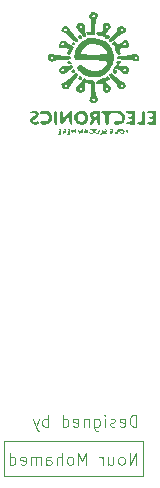
<source format=gbr>
%TF.GenerationSoftware,KiCad,Pcbnew,8.0.7*%
%TF.CreationDate,2025-03-27T15:31:39+02:00*%
%TF.ProjectId,DataLogger,44617461-4c6f-4676-9765-722e6b696361,V1.0*%
%TF.SameCoordinates,Original*%
%TF.FileFunction,Legend,Bot*%
%TF.FilePolarity,Positive*%
%FSLAX46Y46*%
G04 Gerber Fmt 4.6, Leading zero omitted, Abs format (unit mm)*
G04 Created by KiCad (PCBNEW 8.0.7) date 2025-03-27 15:31:39*
%MOMM*%
%LPD*%
G01*
G04 APERTURE LIST*
%ADD10C,0.100000*%
%ADD11C,0.000000*%
G04 APERTURE END LIST*
D10*
X171602400Y-123393200D02*
X183337200Y-123393200D01*
X183337200Y-126339600D01*
X171602400Y-126339600D01*
X171602400Y-123393200D01*
X182779315Y-122179331D02*
X182779315Y-121179331D01*
X182779315Y-121179331D02*
X182541220Y-121179331D01*
X182541220Y-121179331D02*
X182398363Y-121226950D01*
X182398363Y-121226950D02*
X182303125Y-121322188D01*
X182303125Y-121322188D02*
X182255506Y-121417426D01*
X182255506Y-121417426D02*
X182207887Y-121607902D01*
X182207887Y-121607902D02*
X182207887Y-121750759D01*
X182207887Y-121750759D02*
X182255506Y-121941235D01*
X182255506Y-121941235D02*
X182303125Y-122036473D01*
X182303125Y-122036473D02*
X182398363Y-122131712D01*
X182398363Y-122131712D02*
X182541220Y-122179331D01*
X182541220Y-122179331D02*
X182779315Y-122179331D01*
X181398363Y-122131712D02*
X181493601Y-122179331D01*
X181493601Y-122179331D02*
X181684077Y-122179331D01*
X181684077Y-122179331D02*
X181779315Y-122131712D01*
X181779315Y-122131712D02*
X181826934Y-122036473D01*
X181826934Y-122036473D02*
X181826934Y-121655521D01*
X181826934Y-121655521D02*
X181779315Y-121560283D01*
X181779315Y-121560283D02*
X181684077Y-121512664D01*
X181684077Y-121512664D02*
X181493601Y-121512664D01*
X181493601Y-121512664D02*
X181398363Y-121560283D01*
X181398363Y-121560283D02*
X181350744Y-121655521D01*
X181350744Y-121655521D02*
X181350744Y-121750759D01*
X181350744Y-121750759D02*
X181826934Y-121845997D01*
X180969791Y-122131712D02*
X180874553Y-122179331D01*
X180874553Y-122179331D02*
X180684077Y-122179331D01*
X180684077Y-122179331D02*
X180588839Y-122131712D01*
X180588839Y-122131712D02*
X180541220Y-122036473D01*
X180541220Y-122036473D02*
X180541220Y-121988854D01*
X180541220Y-121988854D02*
X180588839Y-121893616D01*
X180588839Y-121893616D02*
X180684077Y-121845997D01*
X180684077Y-121845997D02*
X180826934Y-121845997D01*
X180826934Y-121845997D02*
X180922172Y-121798378D01*
X180922172Y-121798378D02*
X180969791Y-121703140D01*
X180969791Y-121703140D02*
X180969791Y-121655521D01*
X180969791Y-121655521D02*
X180922172Y-121560283D01*
X180922172Y-121560283D02*
X180826934Y-121512664D01*
X180826934Y-121512664D02*
X180684077Y-121512664D01*
X180684077Y-121512664D02*
X180588839Y-121560283D01*
X180112648Y-122179331D02*
X180112648Y-121512664D01*
X180112648Y-121179331D02*
X180160267Y-121226950D01*
X180160267Y-121226950D02*
X180112648Y-121274569D01*
X180112648Y-121274569D02*
X180065029Y-121226950D01*
X180065029Y-121226950D02*
X180112648Y-121179331D01*
X180112648Y-121179331D02*
X180112648Y-121274569D01*
X179207887Y-121512664D02*
X179207887Y-122322188D01*
X179207887Y-122322188D02*
X179255506Y-122417426D01*
X179255506Y-122417426D02*
X179303125Y-122465045D01*
X179303125Y-122465045D02*
X179398363Y-122512664D01*
X179398363Y-122512664D02*
X179541220Y-122512664D01*
X179541220Y-122512664D02*
X179636458Y-122465045D01*
X179207887Y-122131712D02*
X179303125Y-122179331D01*
X179303125Y-122179331D02*
X179493601Y-122179331D01*
X179493601Y-122179331D02*
X179588839Y-122131712D01*
X179588839Y-122131712D02*
X179636458Y-122084092D01*
X179636458Y-122084092D02*
X179684077Y-121988854D01*
X179684077Y-121988854D02*
X179684077Y-121703140D01*
X179684077Y-121703140D02*
X179636458Y-121607902D01*
X179636458Y-121607902D02*
X179588839Y-121560283D01*
X179588839Y-121560283D02*
X179493601Y-121512664D01*
X179493601Y-121512664D02*
X179303125Y-121512664D01*
X179303125Y-121512664D02*
X179207887Y-121560283D01*
X178731696Y-121512664D02*
X178731696Y-122179331D01*
X178731696Y-121607902D02*
X178684077Y-121560283D01*
X178684077Y-121560283D02*
X178588839Y-121512664D01*
X178588839Y-121512664D02*
X178445982Y-121512664D01*
X178445982Y-121512664D02*
X178350744Y-121560283D01*
X178350744Y-121560283D02*
X178303125Y-121655521D01*
X178303125Y-121655521D02*
X178303125Y-122179331D01*
X177445982Y-122131712D02*
X177541220Y-122179331D01*
X177541220Y-122179331D02*
X177731696Y-122179331D01*
X177731696Y-122179331D02*
X177826934Y-122131712D01*
X177826934Y-122131712D02*
X177874553Y-122036473D01*
X177874553Y-122036473D02*
X177874553Y-121655521D01*
X177874553Y-121655521D02*
X177826934Y-121560283D01*
X177826934Y-121560283D02*
X177731696Y-121512664D01*
X177731696Y-121512664D02*
X177541220Y-121512664D01*
X177541220Y-121512664D02*
X177445982Y-121560283D01*
X177445982Y-121560283D02*
X177398363Y-121655521D01*
X177398363Y-121655521D02*
X177398363Y-121750759D01*
X177398363Y-121750759D02*
X177874553Y-121845997D01*
X176541220Y-122179331D02*
X176541220Y-121179331D01*
X176541220Y-122131712D02*
X176636458Y-122179331D01*
X176636458Y-122179331D02*
X176826934Y-122179331D01*
X176826934Y-122179331D02*
X176922172Y-122131712D01*
X176922172Y-122131712D02*
X176969791Y-122084092D01*
X176969791Y-122084092D02*
X177017410Y-121988854D01*
X177017410Y-121988854D02*
X177017410Y-121703140D01*
X177017410Y-121703140D02*
X176969791Y-121607902D01*
X176969791Y-121607902D02*
X176922172Y-121560283D01*
X176922172Y-121560283D02*
X176826934Y-121512664D01*
X176826934Y-121512664D02*
X176636458Y-121512664D01*
X176636458Y-121512664D02*
X176541220Y-121560283D01*
X175303124Y-122179331D02*
X175303124Y-121179331D01*
X175303124Y-121560283D02*
X175207886Y-121512664D01*
X175207886Y-121512664D02*
X175017410Y-121512664D01*
X175017410Y-121512664D02*
X174922172Y-121560283D01*
X174922172Y-121560283D02*
X174874553Y-121607902D01*
X174874553Y-121607902D02*
X174826934Y-121703140D01*
X174826934Y-121703140D02*
X174826934Y-121988854D01*
X174826934Y-121988854D02*
X174874553Y-122084092D01*
X174874553Y-122084092D02*
X174922172Y-122131712D01*
X174922172Y-122131712D02*
X175017410Y-122179331D01*
X175017410Y-122179331D02*
X175207886Y-122179331D01*
X175207886Y-122179331D02*
X175303124Y-122131712D01*
X174493600Y-121512664D02*
X174255505Y-122179331D01*
X174017410Y-121512664D02*
X174255505Y-122179331D01*
X174255505Y-122179331D02*
X174350743Y-122417426D01*
X174350743Y-122417426D02*
X174398362Y-122465045D01*
X174398362Y-122465045D02*
X174493600Y-122512664D01*
X182779315Y-125399219D02*
X182779315Y-124399219D01*
X182779315Y-124399219D02*
X182207887Y-125399219D01*
X182207887Y-125399219D02*
X182207887Y-124399219D01*
X181588839Y-125399219D02*
X181684077Y-125351600D01*
X181684077Y-125351600D02*
X181731696Y-125303980D01*
X181731696Y-125303980D02*
X181779315Y-125208742D01*
X181779315Y-125208742D02*
X181779315Y-124923028D01*
X181779315Y-124923028D02*
X181731696Y-124827790D01*
X181731696Y-124827790D02*
X181684077Y-124780171D01*
X181684077Y-124780171D02*
X181588839Y-124732552D01*
X181588839Y-124732552D02*
X181445982Y-124732552D01*
X181445982Y-124732552D02*
X181350744Y-124780171D01*
X181350744Y-124780171D02*
X181303125Y-124827790D01*
X181303125Y-124827790D02*
X181255506Y-124923028D01*
X181255506Y-124923028D02*
X181255506Y-125208742D01*
X181255506Y-125208742D02*
X181303125Y-125303980D01*
X181303125Y-125303980D02*
X181350744Y-125351600D01*
X181350744Y-125351600D02*
X181445982Y-125399219D01*
X181445982Y-125399219D02*
X181588839Y-125399219D01*
X180398363Y-124732552D02*
X180398363Y-125399219D01*
X180826934Y-124732552D02*
X180826934Y-125256361D01*
X180826934Y-125256361D02*
X180779315Y-125351600D01*
X180779315Y-125351600D02*
X180684077Y-125399219D01*
X180684077Y-125399219D02*
X180541220Y-125399219D01*
X180541220Y-125399219D02*
X180445982Y-125351600D01*
X180445982Y-125351600D02*
X180398363Y-125303980D01*
X179922172Y-125399219D02*
X179922172Y-124732552D01*
X179922172Y-124923028D02*
X179874553Y-124827790D01*
X179874553Y-124827790D02*
X179826934Y-124780171D01*
X179826934Y-124780171D02*
X179731696Y-124732552D01*
X179731696Y-124732552D02*
X179636458Y-124732552D01*
X178541219Y-125399219D02*
X178541219Y-124399219D01*
X178541219Y-124399219D02*
X178207886Y-125113504D01*
X178207886Y-125113504D02*
X177874553Y-124399219D01*
X177874553Y-124399219D02*
X177874553Y-125399219D01*
X177255505Y-125399219D02*
X177350743Y-125351600D01*
X177350743Y-125351600D02*
X177398362Y-125303980D01*
X177398362Y-125303980D02*
X177445981Y-125208742D01*
X177445981Y-125208742D02*
X177445981Y-124923028D01*
X177445981Y-124923028D02*
X177398362Y-124827790D01*
X177398362Y-124827790D02*
X177350743Y-124780171D01*
X177350743Y-124780171D02*
X177255505Y-124732552D01*
X177255505Y-124732552D02*
X177112648Y-124732552D01*
X177112648Y-124732552D02*
X177017410Y-124780171D01*
X177017410Y-124780171D02*
X176969791Y-124827790D01*
X176969791Y-124827790D02*
X176922172Y-124923028D01*
X176922172Y-124923028D02*
X176922172Y-125208742D01*
X176922172Y-125208742D02*
X176969791Y-125303980D01*
X176969791Y-125303980D02*
X177017410Y-125351600D01*
X177017410Y-125351600D02*
X177112648Y-125399219D01*
X177112648Y-125399219D02*
X177255505Y-125399219D01*
X176493600Y-125399219D02*
X176493600Y-124399219D01*
X176065029Y-125399219D02*
X176065029Y-124875409D01*
X176065029Y-124875409D02*
X176112648Y-124780171D01*
X176112648Y-124780171D02*
X176207886Y-124732552D01*
X176207886Y-124732552D02*
X176350743Y-124732552D01*
X176350743Y-124732552D02*
X176445981Y-124780171D01*
X176445981Y-124780171D02*
X176493600Y-124827790D01*
X175160267Y-125399219D02*
X175160267Y-124875409D01*
X175160267Y-124875409D02*
X175207886Y-124780171D01*
X175207886Y-124780171D02*
X175303124Y-124732552D01*
X175303124Y-124732552D02*
X175493600Y-124732552D01*
X175493600Y-124732552D02*
X175588838Y-124780171D01*
X175160267Y-125351600D02*
X175255505Y-125399219D01*
X175255505Y-125399219D02*
X175493600Y-125399219D01*
X175493600Y-125399219D02*
X175588838Y-125351600D01*
X175588838Y-125351600D02*
X175636457Y-125256361D01*
X175636457Y-125256361D02*
X175636457Y-125161123D01*
X175636457Y-125161123D02*
X175588838Y-125065885D01*
X175588838Y-125065885D02*
X175493600Y-125018266D01*
X175493600Y-125018266D02*
X175255505Y-125018266D01*
X175255505Y-125018266D02*
X175160267Y-124970647D01*
X174684076Y-125399219D02*
X174684076Y-124732552D01*
X174684076Y-124827790D02*
X174636457Y-124780171D01*
X174636457Y-124780171D02*
X174541219Y-124732552D01*
X174541219Y-124732552D02*
X174398362Y-124732552D01*
X174398362Y-124732552D02*
X174303124Y-124780171D01*
X174303124Y-124780171D02*
X174255505Y-124875409D01*
X174255505Y-124875409D02*
X174255505Y-125399219D01*
X174255505Y-124875409D02*
X174207886Y-124780171D01*
X174207886Y-124780171D02*
X174112648Y-124732552D01*
X174112648Y-124732552D02*
X173969791Y-124732552D01*
X173969791Y-124732552D02*
X173874552Y-124780171D01*
X173874552Y-124780171D02*
X173826933Y-124875409D01*
X173826933Y-124875409D02*
X173826933Y-125399219D01*
X172969791Y-125351600D02*
X173065029Y-125399219D01*
X173065029Y-125399219D02*
X173255505Y-125399219D01*
X173255505Y-125399219D02*
X173350743Y-125351600D01*
X173350743Y-125351600D02*
X173398362Y-125256361D01*
X173398362Y-125256361D02*
X173398362Y-124875409D01*
X173398362Y-124875409D02*
X173350743Y-124780171D01*
X173350743Y-124780171D02*
X173255505Y-124732552D01*
X173255505Y-124732552D02*
X173065029Y-124732552D01*
X173065029Y-124732552D02*
X172969791Y-124780171D01*
X172969791Y-124780171D02*
X172922172Y-124875409D01*
X172922172Y-124875409D02*
X172922172Y-124970647D01*
X172922172Y-124970647D02*
X173398362Y-125065885D01*
X172065029Y-125399219D02*
X172065029Y-124399219D01*
X172065029Y-125351600D02*
X172160267Y-125399219D01*
X172160267Y-125399219D02*
X172350743Y-125399219D01*
X172350743Y-125399219D02*
X172445981Y-125351600D01*
X172445981Y-125351600D02*
X172493600Y-125303980D01*
X172493600Y-125303980D02*
X172541219Y-125208742D01*
X172541219Y-125208742D02*
X172541219Y-124923028D01*
X172541219Y-124923028D02*
X172493600Y-124827790D01*
X172493600Y-124827790D02*
X172445981Y-124780171D01*
X172445981Y-124780171D02*
X172350743Y-124732552D01*
X172350743Y-124732552D02*
X172160267Y-124732552D01*
X172160267Y-124732552D02*
X172065029Y-124780171D01*
D11*
%TO.C,G\u002A\u002A\u002A*%
G36*
X177504163Y-89642021D02*
G01*
X177586388Y-89772408D01*
X177578575Y-89880771D01*
X177460547Y-89898249D01*
X177404438Y-89879033D01*
X177316519Y-89780584D01*
X177322693Y-89669404D01*
X177430532Y-89616553D01*
X177504163Y-89642021D01*
G37*
G36*
X177137369Y-91190409D02*
G01*
X177261582Y-91267201D01*
X177305740Y-91379213D01*
X177236435Y-91466694D01*
X177206427Y-91477589D01*
X177029754Y-91471902D01*
X176938650Y-91324037D01*
X176948570Y-91233413D01*
X177077758Y-91182886D01*
X177137369Y-91190409D01*
G37*
G36*
X177583412Y-91983603D02*
G01*
X177568851Y-92160607D01*
X177533665Y-92227005D01*
X177416491Y-92274887D01*
X177267259Y-92162457D01*
X177255844Y-92148236D01*
X177222702Y-92042647D01*
X177336420Y-91950562D01*
X177481337Y-91911375D01*
X177583412Y-91983603D01*
G37*
G36*
X178153643Y-92565750D02*
G01*
X178145075Y-92735062D01*
X178107949Y-92810845D01*
X178002733Y-92868138D01*
X177864348Y-92760453D01*
X177816156Y-92654638D01*
X177899902Y-92535441D01*
X177910920Y-92526697D01*
X178059208Y-92482955D01*
X178153643Y-92565750D01*
G37*
G36*
X178033313Y-88981566D02*
G01*
X178112860Y-89052347D01*
X178160835Y-89198655D01*
X178146636Y-89327860D01*
X178134757Y-89345318D01*
X178014255Y-89398777D01*
X177867406Y-89292805D01*
X177834038Y-89185287D01*
X177894959Y-89046146D01*
X178032233Y-88981553D01*
X178033313Y-88981566D01*
G37*
G36*
X178615728Y-97024886D02*
G01*
X178656464Y-97097845D01*
X178700395Y-97239577D01*
X178669299Y-97290615D01*
X178532358Y-97327267D01*
X178431729Y-97311659D01*
X178369193Y-97212440D01*
X178448988Y-97024886D01*
X178460281Y-97007944D01*
X178536030Y-96940456D01*
X178615728Y-97024886D01*
G37*
G36*
X181919025Y-97021142D02*
G01*
X181919028Y-97022909D01*
X181944769Y-97087461D01*
X182046025Y-97024886D01*
X182149901Y-96961841D01*
X182160347Y-97019769D01*
X182068663Y-97194294D01*
X182010529Y-97283114D01*
X181954367Y-97307772D01*
X181897511Y-97180853D01*
X181865818Y-97060314D01*
X181874873Y-96956149D01*
X181893592Y-96947788D01*
X181919025Y-97021142D01*
G37*
G36*
X175989785Y-95424860D02*
G01*
X176042701Y-95502586D01*
X176069556Y-95686880D01*
X176077025Y-96008886D01*
X176075173Y-96194432D01*
X176058518Y-96441373D01*
X176019026Y-96566698D01*
X175950025Y-96601553D01*
X175910265Y-96592912D01*
X175857349Y-96515186D01*
X175830494Y-96330892D01*
X175823025Y-96008886D01*
X175824876Y-95823340D01*
X175841532Y-95576400D01*
X175881024Y-95451074D01*
X175950025Y-95416220D01*
X175989785Y-95424860D01*
G37*
G36*
X178269745Y-96993694D02*
G01*
X178277062Y-97159931D01*
X178276503Y-97195482D01*
X178255783Y-97323316D01*
X178202978Y-97291014D01*
X178148712Y-97231203D01*
X178072278Y-97269847D01*
X177972180Y-97361810D01*
X177891546Y-97311572D01*
X177864846Y-97130720D01*
X177866273Y-97101725D01*
X177883892Y-96992762D01*
X177914618Y-97052443D01*
X177940448Y-97134983D01*
X177994945Y-97157829D01*
X178116464Y-97060488D01*
X178221159Y-96974393D01*
X178269745Y-96993694D01*
G37*
G36*
X183440451Y-95424860D02*
G01*
X183493367Y-95502586D01*
X183520223Y-95686880D01*
X183527691Y-96008886D01*
X183527691Y-96601553D01*
X183189025Y-96601553D01*
X183091661Y-96599248D01*
X182906281Y-96562860D01*
X182850358Y-96474553D01*
X182891786Y-96391713D01*
X183062025Y-96347553D01*
X183167735Y-96339924D01*
X183239157Y-96287450D01*
X183268197Y-96148583D01*
X183273691Y-95881886D01*
X183284672Y-95604723D01*
X183324103Y-95458026D01*
X183400691Y-95416220D01*
X183440451Y-95424860D01*
G37*
G36*
X177661198Y-97028986D02*
G01*
X177669186Y-97194220D01*
X177667727Y-97251628D01*
X177652586Y-97368732D01*
X177627329Y-97342386D01*
X177553060Y-97228535D01*
X177422879Y-97201848D01*
X177318431Y-97300053D01*
X177314976Y-97307787D01*
X177287143Y-97296015D01*
X177275727Y-97151886D01*
X177275866Y-97131679D01*
X177289442Y-96999781D01*
X177318431Y-97003720D01*
X177342048Y-97042590D01*
X177474025Y-97109553D01*
X177518488Y-97102116D01*
X177629618Y-97003720D01*
X177637457Y-96989268D01*
X177661198Y-97028986D01*
G37*
G36*
X176282883Y-96941871D02*
G01*
X176385620Y-97003796D01*
X176415691Y-97194220D01*
X176415406Y-97220545D01*
X176378759Y-97396344D01*
X176267525Y-97446923D01*
X176247636Y-97446630D01*
X176168371Y-97428851D01*
X176246358Y-97362256D01*
X176263300Y-97350963D01*
X176330789Y-97275215D01*
X176246358Y-97195516D01*
X176224810Y-97181219D01*
X176162086Y-97123286D01*
X176246358Y-97109553D01*
X176267382Y-97108982D01*
X176330650Y-97091248D01*
X176246358Y-97024886D01*
X176230140Y-97014280D01*
X176169481Y-96955499D01*
X176267525Y-96941516D01*
X176282883Y-96941871D01*
G37*
G36*
X177044883Y-96941871D02*
G01*
X177147620Y-97003796D01*
X177177691Y-97194220D01*
X177177406Y-97220545D01*
X177140759Y-97396344D01*
X177029525Y-97446923D01*
X177009636Y-97446630D01*
X176930371Y-97428851D01*
X177008358Y-97362256D01*
X177025300Y-97350963D01*
X177092789Y-97275215D01*
X177008358Y-97195516D01*
X176986810Y-97181219D01*
X176924086Y-97123286D01*
X177008358Y-97109553D01*
X177029382Y-97108982D01*
X177092650Y-97091248D01*
X177008358Y-97024886D01*
X176992140Y-97014280D01*
X176931481Y-96955499D01*
X177029525Y-96941516D01*
X177044883Y-96941871D01*
G37*
G36*
X180818358Y-97150675D02*
G01*
X180796670Y-97290423D01*
X180739542Y-97324835D01*
X180709013Y-97313330D01*
X180607545Y-97362172D01*
X180550385Y-97435284D01*
X180507479Y-97406034D01*
X180507670Y-97216211D01*
X180509563Y-97196391D01*
X180551231Y-97078575D01*
X180579335Y-97078575D01*
X180649025Y-97109553D01*
X180693847Y-97103443D01*
X180705469Y-97053108D01*
X180693060Y-97042975D01*
X180592580Y-97053108D01*
X180579335Y-97078575D01*
X180551231Y-97078575D01*
X180572394Y-97018735D01*
X180676922Y-96945122D01*
X180774970Y-96985715D01*
X180792696Y-97053108D01*
X180818358Y-97150675D01*
G37*
G36*
X176829203Y-97209178D02*
G01*
X176826868Y-97256056D01*
X176807545Y-97369022D01*
X176779489Y-97336298D01*
X176757892Y-97260819D01*
X176715036Y-97229534D01*
X176624810Y-97336298D01*
X176556532Y-97419109D01*
X176525564Y-97401918D01*
X176535671Y-97236553D01*
X176579337Y-97078575D01*
X176600001Y-97078575D01*
X176669691Y-97109553D01*
X176714514Y-97103443D01*
X176726136Y-97053108D01*
X176713727Y-97042975D01*
X176613247Y-97053108D01*
X176600001Y-97078575D01*
X176579337Y-97078575D01*
X176585343Y-97056848D01*
X176700172Y-96955178D01*
X176749568Y-96951630D01*
X176816996Y-97015427D01*
X176819370Y-97053108D01*
X176829203Y-97209178D01*
G37*
G36*
X175348694Y-95486776D02*
G01*
X175541919Y-95669293D01*
X175641205Y-95918658D01*
X175628152Y-96188442D01*
X175484358Y-96432220D01*
X175267740Y-96559267D01*
X174984640Y-96597514D01*
X174732678Y-96525056D01*
X174680591Y-96483691D01*
X174657458Y-96390143D01*
X174762155Y-96329825D01*
X174965100Y-96327840D01*
X174991259Y-96331370D01*
X175189482Y-96315304D01*
X175310473Y-96186724D01*
X175352958Y-96078779D01*
X175340175Y-95863598D01*
X175201239Y-95720101D01*
X174965100Y-95689932D01*
X174873484Y-95697755D01*
X174706531Y-95669269D01*
X174649735Y-95592556D01*
X174732678Y-95492717D01*
X174864792Y-95444361D01*
X175082191Y-95417516D01*
X175348694Y-95486776D01*
G37*
G36*
X182681025Y-96008886D02*
G01*
X182681025Y-96601553D01*
X182300025Y-96601553D01*
X182138428Y-96596389D01*
X181968887Y-96558260D01*
X181919025Y-96474553D01*
X181971373Y-96385417D01*
X182173025Y-96347553D01*
X182351297Y-96321379D01*
X182427025Y-96220553D01*
X182385597Y-96137713D01*
X182215358Y-96093553D01*
X182076148Y-96072532D01*
X182003691Y-96008886D01*
X182056243Y-95953202D01*
X182215358Y-95924220D01*
X182353424Y-95899363D01*
X182427025Y-95797220D01*
X182374677Y-95708084D01*
X182173025Y-95670220D01*
X181994753Y-95644046D01*
X181919025Y-95543220D01*
X181934517Y-95489354D01*
X182048903Y-95432840D01*
X182300025Y-95416220D01*
X182681025Y-95416220D01*
X182681025Y-96008886D01*
G37*
G36*
X184459025Y-96008886D02*
G01*
X184459025Y-96601553D01*
X184070969Y-96601553D01*
X184006907Y-96600045D01*
X183792007Y-96561896D01*
X183708848Y-96492036D01*
X183767671Y-96416943D01*
X183978721Y-96363096D01*
X184111713Y-96326045D01*
X184201139Y-96231787D01*
X184162635Y-96136838D01*
X183993358Y-96093553D01*
X183854148Y-96072532D01*
X183781691Y-96008886D01*
X183834243Y-95953202D01*
X183993358Y-95924220D01*
X184123173Y-95902775D01*
X184202908Y-95818562D01*
X184153809Y-95718410D01*
X183978721Y-95654677D01*
X183918605Y-95645983D01*
X183741986Y-95585178D01*
X183715336Y-95508964D01*
X183828411Y-95443819D01*
X184070969Y-95416220D01*
X184459025Y-95416220D01*
X184459025Y-96008886D01*
G37*
G36*
X176501556Y-95425436D02*
G01*
X176565834Y-95529039D01*
X176585025Y-95770277D01*
X176585025Y-96124335D01*
X176857143Y-95770277D01*
X177041105Y-95549042D01*
X177191146Y-95430946D01*
X177284946Y-95464714D01*
X177333305Y-95655607D01*
X177347025Y-96008886D01*
X177345767Y-96160989D01*
X177330154Y-96425341D01*
X177291882Y-96562398D01*
X177224893Y-96601553D01*
X177213682Y-96600824D01*
X177123177Y-96507663D01*
X177076726Y-96255110D01*
X177050691Y-95908667D01*
X176796691Y-96253109D01*
X176627796Y-96464786D01*
X176483007Y-96583992D01*
X176391927Y-96551229D01*
X176344589Y-96361269D01*
X176331025Y-96008886D01*
X176332876Y-95823340D01*
X176349532Y-95576400D01*
X176389024Y-95451074D01*
X176458025Y-95416220D01*
X176501556Y-95425436D01*
G37*
G36*
X177021659Y-92048295D02*
G01*
X176859044Y-92205050D01*
X176846431Y-92222239D01*
X176663721Y-92356400D01*
X176467329Y-92357932D01*
X176310470Y-92242431D01*
X176246358Y-92025491D01*
X176246870Y-92013678D01*
X176435094Y-92013678D01*
X176436890Y-92064991D01*
X176535636Y-92114220D01*
X176601522Y-92096796D01*
X176669691Y-91980164D01*
X176620820Y-91887654D01*
X176519367Y-91901870D01*
X176435094Y-92013678D01*
X176246870Y-92013678D01*
X176250240Y-91935947D01*
X176307099Y-91773335D01*
X176460211Y-91683734D01*
X176745680Y-91639213D01*
X176763006Y-91637706D01*
X177018592Y-91612528D01*
X177216781Y-91588428D01*
X177347040Y-91600182D01*
X177409394Y-91690358D01*
X177361802Y-91818621D01*
X177205813Y-91935956D01*
X177133344Y-91980164D01*
X177021659Y-92048295D01*
G37*
G36*
X180241194Y-96960517D02*
G01*
X180310358Y-97067220D01*
X180300806Y-97125643D01*
X180225691Y-97194220D01*
X180202485Y-97197665D01*
X180141025Y-97283883D01*
X180151696Y-97317903D01*
X180238773Y-97313135D01*
X180287677Y-97292399D01*
X180273569Y-97354582D01*
X180215585Y-97409549D01*
X180098691Y-97363553D01*
X180025263Y-97318847D01*
X179931899Y-97359442D01*
X179911349Y-97385681D01*
X179780428Y-97448220D01*
X179730305Y-97431775D01*
X179785425Y-97346620D01*
X179841255Y-97265271D01*
X179896846Y-97071453D01*
X179898408Y-97046233D01*
X179913916Y-96962811D01*
X179944484Y-97041360D01*
X179983879Y-97114904D01*
X180111095Y-97135411D01*
X180192080Y-97084174D01*
X180126957Y-97014400D01*
X180069172Y-96958797D01*
X180162191Y-96941516D01*
X180241194Y-96960517D01*
G37*
G36*
X178696517Y-95940111D02*
G01*
X178672838Y-96221420D01*
X178561569Y-96446719D01*
X178400844Y-96550922D01*
X178138236Y-96601553D01*
X178131691Y-96601522D01*
X177840489Y-96530140D01*
X177631369Y-96350375D01*
X177536489Y-96134787D01*
X177804850Y-96134787D01*
X177820594Y-96188394D01*
X177916258Y-96314632D01*
X178113295Y-96347553D01*
X178314417Y-96311082D01*
X178428819Y-96170843D01*
X178433220Y-95909210D01*
X178370731Y-95762531D01*
X178186444Y-95687106D01*
X178180374Y-95686435D01*
X177945160Y-95728524D01*
X177810189Y-95889468D01*
X177804850Y-96134787D01*
X177536489Y-96134787D01*
X177523249Y-96104704D01*
X177535050Y-95835605D01*
X177685691Y-95585553D01*
X177748882Y-95532977D01*
X178012191Y-95431071D01*
X178303756Y-95437992D01*
X178546858Y-95556342D01*
X178633869Y-95679254D01*
X178689096Y-95909210D01*
X178696517Y-95940111D01*
G37*
G36*
X174262315Y-95439133D02*
G01*
X174435231Y-95508526D01*
X174472649Y-95545309D01*
X174537328Y-95728073D01*
X174467673Y-95922085D01*
X174277858Y-96076213D01*
X174276935Y-96076655D01*
X174113116Y-96174381D01*
X174045025Y-96253395D01*
X174049462Y-96295999D01*
X174136006Y-96383071D01*
X174305019Y-96344345D01*
X174439078Y-96313985D01*
X174533332Y-96380093D01*
X174510691Y-96516886D01*
X174444188Y-96566769D01*
X174259589Y-96598875D01*
X174048694Y-96575862D01*
X173892625Y-96499953D01*
X173855650Y-96457653D01*
X173782576Y-96247046D01*
X173850581Y-96042329D01*
X174045796Y-95898012D01*
X174169222Y-95839216D01*
X174263831Y-95737524D01*
X174207995Y-95665641D01*
X174006981Y-95656356D01*
X173996659Y-95657565D01*
X173833810Y-95650781D01*
X173809231Y-95571689D01*
X173872002Y-95498371D01*
X174049536Y-95438274D01*
X174262315Y-95439133D01*
G37*
G36*
X177107803Y-93410941D02*
G01*
X177079372Y-93472808D01*
X176963899Y-93605973D01*
X176783349Y-93622608D01*
X176599119Y-93562399D01*
X176461020Y-93415393D01*
X176436643Y-93263369D01*
X176694281Y-93263369D01*
X176735246Y-93398974D01*
X176787748Y-93434538D01*
X176881358Y-93384220D01*
X176899102Y-93335736D01*
X176858137Y-93200132D01*
X176805635Y-93164568D01*
X176712025Y-93214886D01*
X176694281Y-93263369D01*
X176436643Y-93263369D01*
X176432139Y-93235282D01*
X176517243Y-93071712D01*
X176721100Y-92974327D01*
X176843815Y-92914779D01*
X177048981Y-92763754D01*
X177279328Y-92558310D01*
X177459645Y-92388367D01*
X177617293Y-92266634D01*
X177723268Y-92237760D01*
X177812771Y-92283619D01*
X177870423Y-92348160D01*
X177867829Y-92434797D01*
X177775989Y-92568467D01*
X177578462Y-92784303D01*
X177409758Y-92974359D01*
X177221000Y-93220641D01*
X177152538Y-93335736D01*
X177107803Y-93410941D01*
G37*
G36*
X178403254Y-88392291D02*
G01*
X178396339Y-88409183D01*
X178398702Y-88562324D01*
X178451558Y-88781601D01*
X178495864Y-88932320D01*
X178504434Y-89077959D01*
X178436411Y-89159650D01*
X178370545Y-89201270D01*
X178301534Y-89218842D01*
X178239899Y-89148599D01*
X178140924Y-88960386D01*
X178131195Y-88941927D01*
X177988185Y-88725125D01*
X177842417Y-88574585D01*
X177808067Y-88547787D01*
X177694823Y-88366278D01*
X177705372Y-88268036D01*
X177964281Y-88268036D01*
X178005246Y-88403641D01*
X178057748Y-88439204D01*
X178151358Y-88388886D01*
X178169102Y-88340403D01*
X178128137Y-88204798D01*
X178075635Y-88169235D01*
X177982025Y-88219553D01*
X177964281Y-88268036D01*
X177705372Y-88268036D01*
X177715233Y-88176194D01*
X177850206Y-88026349D01*
X178080646Y-87965553D01*
X178155314Y-87977749D01*
X178314467Y-88081464D01*
X178412746Y-88240324D01*
X178406495Y-88340403D01*
X178403254Y-88392291D01*
G37*
G36*
X181810567Y-97159841D02*
G01*
X181740785Y-97331951D01*
X181650532Y-97418012D01*
X181525229Y-97424715D01*
X181384270Y-97275434D01*
X181315645Y-97177458D01*
X181421693Y-97177458D01*
X181475983Y-97293044D01*
X181560855Y-97340775D01*
X181630376Y-97247059D01*
X181653625Y-97108840D01*
X181595604Y-97035206D01*
X181477347Y-97094031D01*
X181421693Y-97177458D01*
X181315645Y-97177458D01*
X181263246Y-97102649D01*
X181215729Y-97284354D01*
X181168447Y-97389093D01*
X181071824Y-97428765D01*
X180979510Y-97341246D01*
X180930174Y-97145357D01*
X180928209Y-97108585D01*
X180932489Y-97007250D01*
X180959559Y-97067220D01*
X180989573Y-97163253D01*
X181065419Y-97301778D01*
X181129828Y-97313224D01*
X181157025Y-97182538D01*
X181168873Y-97063458D01*
X181247973Y-96982070D01*
X181445404Y-96956815D01*
X181535293Y-96959003D01*
X181734361Y-97025735D01*
X181781586Y-97108840D01*
X181810567Y-97159841D01*
G37*
G36*
X179701729Y-97162462D02*
G01*
X179624119Y-97331951D01*
X179581611Y-97379339D01*
X179455249Y-97441473D01*
X179314880Y-97350208D01*
X179224160Y-97296640D01*
X179089989Y-97357497D01*
X178986445Y-97411583D01*
X178846798Y-97387555D01*
X178787655Y-97252723D01*
X178799913Y-97207847D01*
X178862855Y-97268567D01*
X178912535Y-97319081D01*
X179030892Y-97327070D01*
X179105772Y-97257006D01*
X179098707Y-97163459D01*
X179310242Y-97163459D01*
X179348746Y-97282474D01*
X179419903Y-97321139D01*
X179539124Y-97247679D01*
X179563820Y-97212039D01*
X179573261Y-97092181D01*
X179484679Y-97039714D01*
X179354714Y-97099997D01*
X179310242Y-97163459D01*
X179098707Y-97163459D01*
X179096736Y-97137366D01*
X178934525Y-97032722D01*
X178919609Y-97026974D01*
X178861143Y-96987828D01*
X178944476Y-96967004D01*
X179183215Y-96960553D01*
X179395939Y-96972476D01*
X179622991Y-97040380D01*
X179656401Y-97092181D01*
X179701729Y-97162462D01*
G37*
G36*
X181889260Y-93336490D02*
G01*
X181836439Y-93508712D01*
X181802224Y-93544367D01*
X181608448Y-93632420D01*
X181396990Y-93610463D01*
X181226849Y-93496041D01*
X181157025Y-93306694D01*
X181138410Y-93263369D01*
X181435615Y-93263369D01*
X181476579Y-93398974D01*
X181529082Y-93434538D01*
X181622691Y-93384220D01*
X181640435Y-93335736D01*
X181599470Y-93200132D01*
X181546968Y-93164568D01*
X181453358Y-93214886D01*
X181435615Y-93263369D01*
X181138410Y-93263369D01*
X181110653Y-93198764D01*
X180971410Y-93008622D01*
X180771748Y-92787211D01*
X180580736Y-92586714D01*
X180475075Y-92446872D01*
X180461107Y-92357189D01*
X180521945Y-92283619D01*
X180593272Y-92241725D01*
X180692555Y-92254627D01*
X180836003Y-92356643D01*
X181058297Y-92566036D01*
X181270607Y-92756972D01*
X181473390Y-92904436D01*
X181606248Y-92960886D01*
X181716560Y-92996153D01*
X181839375Y-93142018D01*
X181889067Y-93335736D01*
X181889260Y-93336490D01*
G37*
G36*
X177311024Y-88789304D02*
G01*
X177524788Y-89027339D01*
X177640865Y-89148835D01*
X177807694Y-89346727D01*
X177868438Y-89473758D01*
X177838872Y-89556506D01*
X177796494Y-89597187D01*
X177716961Y-89642936D01*
X177625478Y-89616863D01*
X177486976Y-89502154D01*
X177266389Y-89281993D01*
X177083879Y-89111432D01*
X176874798Y-88951407D01*
X176728240Y-88879826D01*
X176717732Y-88878104D01*
X176522630Y-88779115D01*
X176428661Y-88603951D01*
X176447391Y-88510889D01*
X176669691Y-88510889D01*
X176676081Y-88562825D01*
X176748508Y-88681604D01*
X176830729Y-88687210D01*
X176897922Y-88599117D01*
X176881358Y-88473553D01*
X176828964Y-88415299D01*
X176721576Y-88401222D01*
X176669691Y-88510889D01*
X176447391Y-88510889D01*
X176467685Y-88410053D01*
X176612083Y-88293510D01*
X176807235Y-88258358D01*
X176984852Y-88305030D01*
X177078348Y-88431220D01*
X177078378Y-88431391D01*
X177150667Y-88575228D01*
X177168561Y-88599117D01*
X177311024Y-88789304D01*
G37*
G36*
X181862573Y-88653865D02*
G01*
X181764740Y-88825486D01*
X181595008Y-88896886D01*
X181485150Y-88939440D01*
X181291464Y-89077452D01*
X181072358Y-89277886D01*
X180966958Y-89384566D01*
X180778751Y-89562524D01*
X180659132Y-89638637D01*
X180574789Y-89628375D01*
X180492408Y-89547209D01*
X180482341Y-89533445D01*
X180474155Y-89434318D01*
X180567387Y-89287012D01*
X180778374Y-89063914D01*
X180951306Y-88879222D01*
X181099880Y-88684581D01*
X181157025Y-88557525D01*
X181162539Y-88522036D01*
X181435615Y-88522036D01*
X181476579Y-88657641D01*
X181529082Y-88693204D01*
X181622691Y-88642886D01*
X181640435Y-88594403D01*
X181599470Y-88458798D01*
X181546968Y-88423235D01*
X181453358Y-88473553D01*
X181435615Y-88522036D01*
X181162539Y-88522036D01*
X181171876Y-88461941D01*
X181291370Y-88301297D01*
X181481411Y-88225664D01*
X181682305Y-88249907D01*
X181834358Y-88388886D01*
X181858412Y-88445896D01*
X181861383Y-88594403D01*
X181862573Y-88653865D01*
G37*
G36*
X177032954Y-89781099D02*
G01*
X177249658Y-89907626D01*
X177497702Y-90010369D01*
X177367187Y-90342627D01*
X177230194Y-90591044D01*
X177080182Y-90674886D01*
X176994197Y-90664801D01*
X176927797Y-90581646D01*
X176973032Y-90390824D01*
X177019368Y-90329616D01*
X177163532Y-90300509D01*
X177183748Y-90305251D01*
X177181298Y-90287242D01*
X177050691Y-90218685D01*
X177034324Y-90211097D01*
X176844459Y-90144641D01*
X176728379Y-90140712D01*
X176633102Y-90155236D01*
X176448065Y-90129619D01*
X176349597Y-90096829D01*
X176265376Y-90001236D01*
X176262502Y-89812345D01*
X176435094Y-89812345D01*
X176436890Y-89863658D01*
X176535636Y-89912886D01*
X176601522Y-89895463D01*
X176669691Y-89778831D01*
X176620820Y-89686321D01*
X176519367Y-89700537D01*
X176435094Y-89812345D01*
X176262502Y-89812345D01*
X176262377Y-89804148D01*
X176280646Y-89681114D01*
X176356485Y-89552645D01*
X176530195Y-89504259D01*
X176708173Y-89512838D01*
X176886656Y-89640757D01*
X177030590Y-89778831D01*
X177032954Y-89781099D01*
G37*
G36*
X179717691Y-96008886D02*
G01*
X179715840Y-96194432D01*
X179699184Y-96441373D01*
X179659693Y-96566698D01*
X179590691Y-96601553D01*
X179507852Y-96560125D01*
X179463691Y-96389886D01*
X179445106Y-96250732D01*
X179388762Y-96178220D01*
X179296645Y-96238875D01*
X179175144Y-96389886D01*
X179043992Y-96536517D01*
X178911406Y-96601553D01*
X178903355Y-96601514D01*
X178805013Y-96579718D01*
X178809621Y-96494151D01*
X178917959Y-96310081D01*
X178990509Y-96163002D01*
X178960292Y-96054063D01*
X178937954Y-96035902D01*
X178877824Y-95883098D01*
X178883037Y-95797220D01*
X179125025Y-95797220D01*
X179156454Y-95871280D01*
X179294358Y-95924220D01*
X179393105Y-95900648D01*
X179463691Y-95797220D01*
X179432262Y-95723159D01*
X179294358Y-95670220D01*
X179195611Y-95693791D01*
X179125025Y-95797220D01*
X178883037Y-95797220D01*
X178890036Y-95681935D01*
X178972625Y-95517820D01*
X178989832Y-95503721D01*
X179158905Y-95441494D01*
X179395958Y-95416220D01*
X179717691Y-95416220D01*
X179717691Y-95797220D01*
X179717691Y-96008886D01*
G37*
G36*
X177260076Y-90971986D02*
G01*
X177226854Y-91040126D01*
X177126890Y-91078139D01*
X176926006Y-91094634D01*
X176590022Y-91098220D01*
X176506684Y-91098865D01*
X176197774Y-91113391D01*
X175969173Y-91143130D01*
X175865358Y-91182886D01*
X175814325Y-91232326D01*
X175643337Y-91268076D01*
X175451080Y-91219401D01*
X175315025Y-91098220D01*
X175293426Y-91050407D01*
X175286638Y-90892703D01*
X175508948Y-90892703D01*
X175549913Y-91028307D01*
X175602415Y-91063871D01*
X175696025Y-91013553D01*
X175713768Y-90965070D01*
X175672804Y-90829465D01*
X175620301Y-90793901D01*
X175526691Y-90844220D01*
X175508948Y-90892703D01*
X175286638Y-90892703D01*
X175284021Y-90831911D01*
X175400091Y-90659934D01*
X175609340Y-90590220D01*
X175748476Y-90608992D01*
X175865358Y-90674886D01*
X175876939Y-90685330D01*
X176015633Y-90723101D01*
X176268153Y-90749574D01*
X176590022Y-90759553D01*
X176761150Y-90760128D01*
X177031697Y-90768495D01*
X177182628Y-90793672D01*
X177248122Y-90844266D01*
X177262358Y-90928886D01*
X177260442Y-90965070D01*
X177260076Y-90971986D01*
G37*
G36*
X182986711Y-91146710D02*
G01*
X182943220Y-91200554D01*
X182783322Y-91259437D01*
X182596179Y-91255589D01*
X182469358Y-91182886D01*
X182463833Y-91176678D01*
X182339310Y-91136916D01*
X182098292Y-91108850D01*
X181787028Y-91098220D01*
X181680488Y-91097988D01*
X181398646Y-91090822D01*
X181240933Y-91066561D01*
X181172132Y-91015738D01*
X181157025Y-90928886D01*
X181157607Y-90904824D01*
X181161458Y-90892703D01*
X182620948Y-90892703D01*
X182661913Y-91028307D01*
X182714415Y-91063871D01*
X182808025Y-91013553D01*
X182825768Y-90965070D01*
X182784804Y-90829465D01*
X182732301Y-90793901D01*
X182638691Y-90844220D01*
X182620948Y-90892703D01*
X181161458Y-90892703D01*
X181182440Y-90826668D01*
X181269948Y-90782893D01*
X181455656Y-90763766D01*
X181775091Y-90759553D01*
X181804067Y-90759453D01*
X182115890Y-90745570D01*
X182359743Y-90712808D01*
X182484993Y-90667718D01*
X182583850Y-90617342D01*
X182777093Y-90604218D01*
X182778801Y-90604465D01*
X182944360Y-90702849D01*
X183020636Y-90901641D01*
X183011855Y-90965070D01*
X182986711Y-91146710D01*
G37*
G36*
X179501410Y-87400049D02*
G01*
X179423279Y-87593504D01*
X179392472Y-87650794D01*
X179319295Y-87943636D01*
X179294358Y-88380284D01*
X179293932Y-88547730D01*
X179284971Y-88789608D01*
X179253003Y-88920346D01*
X179183398Y-88979238D01*
X179061525Y-89005577D01*
X178923618Y-89026127D01*
X178726485Y-89051542D01*
X178637689Y-89052342D01*
X178617025Y-89030811D01*
X178608465Y-88989777D01*
X178560829Y-88848957D01*
X178543512Y-88793473D01*
X178573879Y-88732012D01*
X178730162Y-88745625D01*
X178955691Y-88788738D01*
X178955691Y-88212809D01*
X178955691Y-88212666D01*
X178944082Y-87915459D01*
X178913666Y-87689808D01*
X178871025Y-87584553D01*
X178795363Y-87464172D01*
X178798799Y-87415220D01*
X179040358Y-87415220D01*
X179043198Y-87451584D01*
X179113990Y-87539706D01*
X179237914Y-87485775D01*
X179262948Y-87456888D01*
X179283967Y-87339793D01*
X179167358Y-87288220D01*
X179108131Y-87302971D01*
X179040358Y-87415220D01*
X178798799Y-87415220D01*
X178808260Y-87280447D01*
X178912259Y-87119799D01*
X178956635Y-87090878D01*
X179159409Y-87057381D01*
X179367553Y-87119219D01*
X179498607Y-87257085D01*
X179500229Y-87339793D01*
X179501410Y-87400049D01*
G37*
G36*
X180854111Y-95429981D02*
G01*
X181199517Y-95443519D01*
X181427405Y-95471631D01*
X181573859Y-95520294D01*
X181674961Y-95595489D01*
X181807394Y-95835226D01*
X181817931Y-96130165D01*
X181702557Y-96413381D01*
X181650966Y-96470400D01*
X181427888Y-96580691D01*
X181154460Y-96600630D01*
X180905477Y-96520193D01*
X180849705Y-96475411D01*
X180838816Y-96391226D01*
X180962304Y-96339270D01*
X181196342Y-96334736D01*
X181296654Y-96339945D01*
X181458018Y-96305638D01*
X181536173Y-96184055D01*
X181552880Y-96125091D01*
X181555937Y-95881188D01*
X181417816Y-95725878D01*
X181132885Y-95651731D01*
X180966072Y-95636846D01*
X180702364Y-95637512D01*
X180556028Y-95705438D01*
X180493118Y-95866297D01*
X180479691Y-96145761D01*
X180478163Y-96294243D01*
X180459962Y-96491950D01*
X180409039Y-96580897D01*
X180310358Y-96601553D01*
X180255195Y-96597439D01*
X180181744Y-96548448D01*
X180148699Y-96411379D01*
X180141025Y-96145761D01*
X180140295Y-96047885D01*
X180123181Y-95817541D01*
X180071981Y-95698243D01*
X179971691Y-95645687D01*
X179873030Y-95602614D01*
X179802358Y-95509793D01*
X179806900Y-95497286D01*
X179928948Y-95454930D01*
X180214323Y-95431416D01*
X180658961Y-95427136D01*
X180854111Y-95429981D01*
G37*
G36*
X182164603Y-89819197D02*
G01*
X182110802Y-90008821D01*
X181962017Y-90131858D01*
X181741976Y-90140336D01*
X181724573Y-90135915D01*
X181496684Y-90119095D01*
X181394140Y-90214917D01*
X181401080Y-90293886D01*
X181412779Y-90427003D01*
X181446183Y-90567948D01*
X181419884Y-90656543D01*
X181288698Y-90674886D01*
X181139647Y-90612062D01*
X181018311Y-90396946D01*
X180999327Y-90293886D01*
X181157025Y-90293886D01*
X181199358Y-90336220D01*
X181241691Y-90293886D01*
X181199358Y-90251553D01*
X181157025Y-90293886D01*
X180999327Y-90293886D01*
X180952538Y-90039886D01*
X180931011Y-89982333D01*
X180821554Y-89858548D01*
X180794104Y-89836119D01*
X180741237Y-89743688D01*
X180817099Y-89618069D01*
X180868896Y-89558553D01*
X180950847Y-89520705D01*
X181044025Y-89621381D01*
X181099100Y-89722869D01*
X181106983Y-89840693D01*
X181102920Y-89847425D01*
X181091297Y-89918160D01*
X181175653Y-89899666D01*
X181314781Y-89812345D01*
X181684428Y-89812345D01*
X181686223Y-89863658D01*
X181784969Y-89912886D01*
X181850855Y-89895463D01*
X181919025Y-89778831D01*
X181870154Y-89686321D01*
X181768700Y-89700537D01*
X181684428Y-89812345D01*
X181314781Y-89812345D01*
X181321836Y-89807917D01*
X181495691Y-89658886D01*
X181624481Y-89537977D01*
X181783620Y-89428553D01*
X181906693Y-89431966D01*
X182039977Y-89537934D01*
X182099690Y-89610954D01*
X182152020Y-89778831D01*
X182164603Y-89819197D01*
G37*
G36*
X180552834Y-88452859D02*
G01*
X180392262Y-88645712D01*
X180288520Y-88758700D01*
X180166705Y-88929083D01*
X180164930Y-88939220D01*
X180150090Y-89023950D01*
X180246858Y-89022118D01*
X180310505Y-89013014D01*
X180474247Y-89060656D01*
X180551040Y-89147037D01*
X180489224Y-89266401D01*
X180479246Y-89277507D01*
X180344088Y-89344783D01*
X180204976Y-89330529D01*
X180141025Y-89240606D01*
X180133905Y-89217632D01*
X180035191Y-89166411D01*
X179860142Y-89142730D01*
X179575850Y-89080070D01*
X179423980Y-88995457D01*
X179402517Y-88939220D01*
X179717691Y-88939220D01*
X179760025Y-88981553D01*
X179802358Y-88939220D01*
X179760025Y-88896886D01*
X179717691Y-88939220D01*
X179402517Y-88939220D01*
X179379025Y-88877667D01*
X179384468Y-88811014D01*
X179450504Y-88738944D01*
X179629776Y-88745136D01*
X179648085Y-88747675D01*
X179846741Y-88736607D01*
X179929742Y-88620710D01*
X179913829Y-88378371D01*
X179911954Y-88367850D01*
X179925829Y-88268036D01*
X180165615Y-88268036D01*
X180206579Y-88403641D01*
X180259082Y-88439204D01*
X180352691Y-88388886D01*
X180370435Y-88340403D01*
X180329470Y-88204798D01*
X180276968Y-88169235D01*
X180183358Y-88219553D01*
X180165615Y-88268036D01*
X179925829Y-88268036D01*
X179941250Y-88157104D01*
X180074502Y-88020460D01*
X180259265Y-87972233D01*
X180443095Y-88026739D01*
X180573546Y-88198293D01*
X180596603Y-88300603D01*
X180585162Y-88340403D01*
X180552834Y-88452859D01*
G37*
G36*
X182156480Y-92095070D02*
G01*
X182071425Y-92266620D01*
X181955496Y-92342913D01*
X181745120Y-92348497D01*
X181563992Y-92212323D01*
X181464737Y-92103655D01*
X181343076Y-92013678D01*
X181684428Y-92013678D01*
X181686223Y-92064991D01*
X181784969Y-92114220D01*
X181850855Y-92096796D01*
X181919025Y-91980164D01*
X181870154Y-91887654D01*
X181768700Y-91901870D01*
X181684428Y-92013678D01*
X181343076Y-92013678D01*
X181287869Y-91972848D01*
X181116345Y-91892409D01*
X181008662Y-91895693D01*
X180997402Y-91914496D01*
X181058247Y-91944886D01*
X181061034Y-91944916D01*
X181146024Y-92005663D01*
X181138285Y-92137662D01*
X181041258Y-92274230D01*
X180942789Y-92324165D01*
X180826679Y-92251245D01*
X180792281Y-92196550D01*
X180785973Y-92053316D01*
X180873460Y-91826868D01*
X180905574Y-91762414D01*
X181008684Y-91590517D01*
X181080113Y-91521553D01*
X181107818Y-91487527D01*
X181096890Y-91352220D01*
X181086821Y-91305515D01*
X181115328Y-91207469D01*
X181271493Y-91182886D01*
X181322578Y-91184038D01*
X181441699Y-91220851D01*
X181435710Y-91331053D01*
X181396729Y-91412900D01*
X181294616Y-91536902D01*
X181277172Y-91559482D01*
X181330865Y-91613519D01*
X181466763Y-91657459D01*
X181624355Y-91675692D01*
X181743130Y-91652608D01*
X181749782Y-91648634D01*
X181912375Y-91628671D01*
X182051395Y-91728292D01*
X182141283Y-91899693D01*
X182147542Y-91980164D01*
X182156480Y-92095070D01*
G37*
G36*
X180237846Y-93031499D02*
G01*
X180395025Y-93214886D01*
X180542496Y-93368981D01*
X180627519Y-93489335D01*
X180627766Y-93589736D01*
X180627768Y-93590497D01*
X180561379Y-93728452D01*
X180422536Y-93864492D01*
X180232674Y-93891903D01*
X180050012Y-93819566D01*
X179926371Y-93668861D01*
X179917037Y-93517369D01*
X180165615Y-93517369D01*
X180206579Y-93652974D01*
X180259082Y-93688538D01*
X180352691Y-93638220D01*
X180370435Y-93589736D01*
X180329470Y-93454132D01*
X180276968Y-93418568D01*
X180183358Y-93468886D01*
X180165615Y-93517369D01*
X179917037Y-93517369D01*
X179913575Y-93461171D01*
X179914385Y-93458054D01*
X179936173Y-93222140D01*
X179850775Y-93112543D01*
X179662643Y-93135054D01*
X179602006Y-93157877D01*
X179440503Y-93205732D01*
X179384825Y-93170433D01*
X179394303Y-93037139D01*
X179464065Y-92918553D01*
X179717691Y-92918553D01*
X179760025Y-92960886D01*
X179802358Y-92918553D01*
X179760025Y-92876220D01*
X179717691Y-92918553D01*
X179464065Y-92918553D01*
X179483445Y-92885609D01*
X179738858Y-92750783D01*
X179809550Y-92727567D01*
X179985791Y-92680646D01*
X180056358Y-92680577D01*
X180089107Y-92672513D01*
X180195453Y-92579886D01*
X180255703Y-92522881D01*
X180354186Y-92486316D01*
X180470620Y-92579013D01*
X180529184Y-92642808D01*
X180553822Y-92735248D01*
X180442351Y-92839055D01*
X180427468Y-92849930D01*
X180293815Y-92914424D01*
X180210814Y-92855047D01*
X180162484Y-92795272D01*
X180142321Y-92852134D01*
X180149469Y-92884491D01*
X180169946Y-92918553D01*
X180237846Y-93031499D01*
G37*
G36*
X180874623Y-90702001D02*
G01*
X180887540Y-90990066D01*
X180788910Y-91448665D01*
X180567221Y-91882104D01*
X180246873Y-92247435D01*
X179852260Y-92501710D01*
X179706946Y-92554218D01*
X179246574Y-92614562D01*
X178764942Y-92549640D01*
X178315874Y-92371105D01*
X177953195Y-92090608D01*
X177874285Y-91993530D01*
X177779495Y-91778904D01*
X177810587Y-91625876D01*
X177938302Y-91557416D01*
X178133384Y-91596494D01*
X178366575Y-91766077D01*
X178594270Y-91940335D01*
X178977300Y-92077232D01*
X179383602Y-92078557D01*
X179769784Y-91946403D01*
X180092452Y-91682861D01*
X180131404Y-91636288D01*
X180254664Y-91475838D01*
X180307246Y-91358657D01*
X180272710Y-91277374D01*
X180134612Y-91224619D01*
X179876510Y-91193021D01*
X179481961Y-91175210D01*
X178934525Y-91163817D01*
X177558691Y-91140553D01*
X177532769Y-90829003D01*
X177531072Y-90718937D01*
X177552566Y-90621380D01*
X178024358Y-90621380D01*
X178030393Y-90626878D01*
X178150224Y-90645715D01*
X178400228Y-90660959D01*
X178749555Y-90671164D01*
X179167358Y-90674886D01*
X179445406Y-90674200D01*
X179858337Y-90665809D01*
X180128384Y-90641055D01*
X180272901Y-90591537D01*
X180309241Y-90508852D01*
X180254759Y-90384600D01*
X180126809Y-90210378D01*
X179962780Y-90040462D01*
X179610513Y-89836012D01*
X179218385Y-89760565D01*
X178825615Y-89812469D01*
X178471422Y-89990074D01*
X178195026Y-90291727D01*
X178165556Y-90340214D01*
X178064975Y-90521108D01*
X178024358Y-90621380D01*
X177552566Y-90621380D01*
X177615405Y-90336164D01*
X177815373Y-89955261D01*
X178103161Y-89634479D01*
X178273059Y-89508790D01*
X178719295Y-89308591D01*
X179188111Y-89250218D01*
X179651043Y-89322707D01*
X180079626Y-89515095D01*
X180445393Y-89816416D01*
X180719881Y-90215706D01*
X180813162Y-90508852D01*
X180874623Y-90702001D01*
G37*
G36*
X178393651Y-93656043D02*
G01*
X178268853Y-93822010D01*
X178080646Y-93892220D01*
X178035032Y-93890221D01*
X177819656Y-93810629D01*
X177703032Y-93650385D01*
X177703879Y-93517369D01*
X177964281Y-93517369D01*
X178005246Y-93652974D01*
X178057748Y-93688538D01*
X178151358Y-93638220D01*
X178169102Y-93589736D01*
X178128137Y-93454132D01*
X178075635Y-93418568D01*
X177982025Y-93468886D01*
X177964281Y-93517369D01*
X177703879Y-93517369D01*
X177704255Y-93458300D01*
X177842417Y-93283187D01*
X177851537Y-93276472D01*
X177999897Y-93117830D01*
X178139418Y-92900300D01*
X178273208Y-92711393D01*
X178406026Y-92676525D01*
X178465383Y-92706521D01*
X178532358Y-92786167D01*
X178554746Y-92818297D01*
X178680525Y-92846681D01*
X178980811Y-92847880D01*
X179168360Y-92877627D01*
X179261126Y-92971137D01*
X179292795Y-93163562D01*
X179297051Y-93490053D01*
X179301196Y-93676517D01*
X179341637Y-94051034D01*
X179424051Y-94268235D01*
X179520779Y-94416325D01*
X179523616Y-94469011D01*
X179527857Y-94547789D01*
X179410805Y-94695011D01*
X179224876Y-94799259D01*
X179029464Y-94787261D01*
X178872952Y-94683336D01*
X178798801Y-94516807D01*
X178819829Y-94435497D01*
X179040358Y-94435497D01*
X179057782Y-94501383D01*
X179174414Y-94569553D01*
X179238106Y-94555378D01*
X179274955Y-94469011D01*
X179191262Y-94357564D01*
X179089712Y-94342779D01*
X179040358Y-94435497D01*
X178819829Y-94435497D01*
X178850476Y-94316994D01*
X178894500Y-94199505D01*
X178938612Y-93943947D01*
X178955691Y-93639368D01*
X178955686Y-93619546D01*
X178950551Y-93345888D01*
X178924571Y-93199593D01*
X178861233Y-93140943D01*
X178744025Y-93130220D01*
X178603712Y-93104042D01*
X178526991Y-93024386D01*
X178499713Y-93009399D01*
X178439268Y-93124692D01*
X178396983Y-93284612D01*
X178401998Y-93448326D01*
X178406543Y-93461313D01*
X178398041Y-93589736D01*
X178393651Y-93656043D01*
G37*
%TD*%
M02*

</source>
